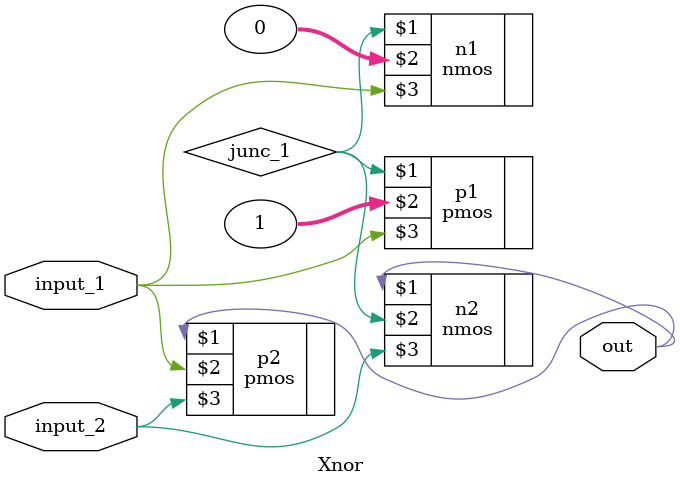
<source format=v>
module Xnor(input_1, input_2, out);
	input input_1;
	input input_2;
	output out;

	wire input_1;
	wire input_2;
	wire out;

	wire junc_1;

	nmos n1(junc_1, 0, input_1);
	pmos p1(junc_1, 1, input_1);
	
	nmos n2(out, junc_1, input_2);
	pmos p2(out, input_1, input_2);
endmodule

</source>
